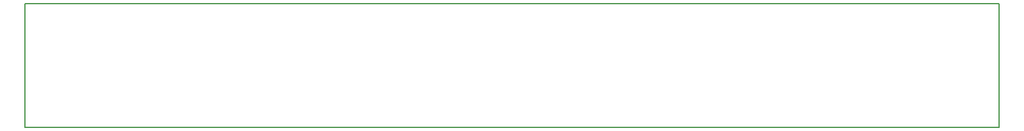
<source format=gbr>
%TF.GenerationSoftware,KiCad,Pcbnew,(6.0.8)*%
%TF.CreationDate,2023-04-08T13:35:57-06:00*%
%TF.ProjectId,HydroLights,48796472-6f4c-4696-9768-74732e6b6963,rev?*%
%TF.SameCoordinates,Original*%
%TF.FileFunction,Profile,NP*%
%FSLAX46Y46*%
G04 Gerber Fmt 4.6, Leading zero omitted, Abs format (unit mm)*
G04 Created by KiCad (PCBNEW (6.0.8)) date 2023-04-08 13:35:57*
%MOMM*%
%LPD*%
G01*
G04 APERTURE LIST*
%TA.AperFunction,Profile*%
%ADD10C,0.200000*%
%TD*%
G04 APERTURE END LIST*
D10*
X69088000Y-87884000D02*
X204724000Y-87884000D01*
X204724000Y-87884000D02*
X204724000Y-105156000D01*
X204724000Y-105156000D02*
X69088000Y-105156000D01*
X69088000Y-105156000D02*
X69088000Y-87884000D01*
M02*

</source>
